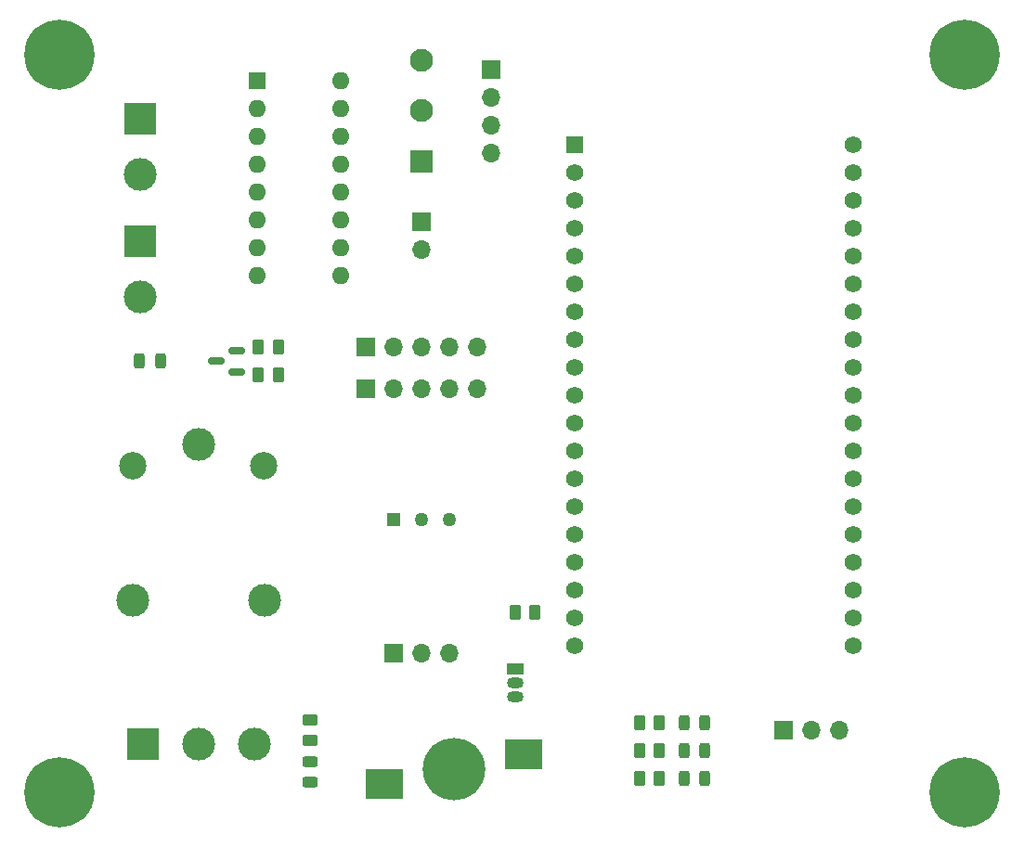
<source format=gbr>
%TF.GenerationSoftware,KiCad,Pcbnew,(6.0.4)*%
%TF.CreationDate,2023-04-26T13:38:40-05:00*%
%TF.ProjectId,Modulo de Practicas uPy,4d6f6475-6c6f-4206-9465-205072616374,rev?*%
%TF.SameCoordinates,Original*%
%TF.FileFunction,Soldermask,Top*%
%TF.FilePolarity,Negative*%
%FSLAX46Y46*%
G04 Gerber Fmt 4.6, Leading zero omitted, Abs format (unit mm)*
G04 Created by KiCad (PCBNEW (6.0.4)) date 2023-04-26 13:38:40*
%MOMM*%
%LPD*%
G01*
G04 APERTURE LIST*
G04 Aperture macros list*
%AMRoundRect*
0 Rectangle with rounded corners*
0 $1 Rounding radius*
0 $2 $3 $4 $5 $6 $7 $8 $9 X,Y pos of 4 corners*
0 Add a 4 corners polygon primitive as box body*
4,1,4,$2,$3,$4,$5,$6,$7,$8,$9,$2,$3,0*
0 Add four circle primitives for the rounded corners*
1,1,$1+$1,$2,$3*
1,1,$1+$1,$4,$5*
1,1,$1+$1,$6,$7*
1,1,$1+$1,$8,$9*
0 Add four rect primitives between the rounded corners*
20,1,$1+$1,$2,$3,$4,$5,0*
20,1,$1+$1,$4,$5,$6,$7,0*
20,1,$1+$1,$6,$7,$8,$9,0*
20,1,$1+$1,$8,$9,$2,$3,0*%
G04 Aperture macros list end*
%ADD10R,1.700000X1.700000*%
%ADD11O,1.700000X1.700000*%
%ADD12C,6.400000*%
%ADD13R,3.000000X3.000000*%
%ADD14C,3.000000*%
%ADD15R,1.500000X1.050000*%
%ADD16O,1.500000X1.050000*%
%ADD17RoundRect,0.250001X0.799999X-0.799999X0.799999X0.799999X-0.799999X0.799999X-0.799999X-0.799999X0*%
%ADD18C,2.100000*%
%ADD19R,1.600000X1.600000*%
%ADD20O,1.600000X1.600000*%
%ADD21RoundRect,0.250000X0.262500X0.450000X-0.262500X0.450000X-0.262500X-0.450000X0.262500X-0.450000X0*%
%ADD22RoundRect,0.243750X-0.243750X-0.456250X0.243750X-0.456250X0.243750X0.456250X-0.243750X0.456250X0*%
%ADD23RoundRect,0.150000X0.587500X0.150000X-0.587500X0.150000X-0.587500X-0.150000X0.587500X-0.150000X0*%
%ADD24C,1.560000*%
%ADD25R,1.560000X1.560000*%
%ADD26RoundRect,0.250000X-0.262500X-0.450000X0.262500X-0.450000X0.262500X0.450000X-0.262500X0.450000X0*%
%ADD27R,3.500000X2.700000*%
%ADD28C,5.700000*%
%ADD29RoundRect,0.243750X-0.456250X0.243750X-0.456250X-0.243750X0.456250X-0.243750X0.456250X0.243750X0*%
%ADD30C,2.500000*%
%ADD31R,1.268000X1.268000*%
%ADD32C,1.268000*%
%ADD33RoundRect,0.250000X0.450000X-0.262500X0.450000X0.262500X-0.450000X0.262500X-0.450000X-0.262500X0*%
G04 APERTURE END LIST*
D10*
%TO.C,J8*%
X124460000Y-58420000D03*
D11*
X124460000Y-60960000D03*
%TD*%
D12*
%TO.C,REF\u002A\u002A*%
X173983852Y-110490000D03*
X173983852Y-110490000D03*
%TD*%
D13*
%TO.C,J2*%
X98806000Y-49022000D03*
D14*
X98806000Y-54102000D03*
%TD*%
D15*
%TO.C,Q1*%
X132990000Y-99212400D03*
D16*
X132990000Y-100482400D03*
X132990000Y-101752400D03*
%TD*%
D10*
%TO.C,U2*%
X121935000Y-97790000D03*
D11*
X124475000Y-97790000D03*
X127015000Y-97790000D03*
%TD*%
D17*
%TO.C,M1*%
X124460000Y-52860000D03*
D18*
X124460000Y-48260000D03*
X124460000Y-43660000D03*
%TD*%
D19*
%TO.C,U3*%
X109484000Y-45481000D03*
D20*
X109484000Y-48021000D03*
X109484000Y-50561000D03*
X109484000Y-53101000D03*
X109484000Y-55641000D03*
X109484000Y-58181000D03*
X109484000Y-60721000D03*
X109484000Y-63261000D03*
X117104000Y-63261000D03*
X117104000Y-60721000D03*
X117104000Y-58181000D03*
X117104000Y-55641000D03*
X117104000Y-53101000D03*
X117104000Y-50561000D03*
X117104000Y-48021000D03*
X117104000Y-45481000D03*
%TD*%
D21*
%TO.C,R5*%
X146137500Y-104140000D03*
X144312500Y-104140000D03*
%TD*%
D22*
%TO.C,D6*%
X148414500Y-109220000D03*
X150289500Y-109220000D03*
%TD*%
D12*
%TO.C,REF\u002A\u002A*%
X91440000Y-110490000D03*
%TD*%
D23*
%TO.C,Q2*%
X107617500Y-72070000D03*
X107617500Y-70170000D03*
X105742500Y-71120000D03*
%TD*%
D24*
%TO.C,U1*%
X163830000Y-97080000D03*
X163830000Y-94540000D03*
X163830000Y-92000000D03*
X163830000Y-89460000D03*
X163830000Y-86920000D03*
X163830000Y-84380000D03*
X163830000Y-81840000D03*
X163830000Y-79300000D03*
X163830000Y-76760000D03*
X163830000Y-74220000D03*
X163830000Y-71680000D03*
X163830000Y-69140000D03*
X163830000Y-66600000D03*
X163830000Y-64060000D03*
X163830000Y-61520000D03*
X163830000Y-58980000D03*
X163830000Y-56440000D03*
X163830000Y-53900000D03*
X163830000Y-51360000D03*
X138430000Y-97080000D03*
X138430000Y-94540000D03*
X138430000Y-92000000D03*
X138430000Y-89460000D03*
X138430000Y-86920000D03*
X138430000Y-84380000D03*
X138430000Y-81840000D03*
X138430000Y-79300000D03*
X138430000Y-76760000D03*
X138430000Y-74220000D03*
X138430000Y-71680000D03*
X138430000Y-69140000D03*
X138430000Y-66600000D03*
X138430000Y-64060000D03*
X138430000Y-61520000D03*
X138430000Y-58980000D03*
X138430000Y-56440000D03*
X138430000Y-53900000D03*
D25*
X138430000Y-51360000D03*
%TD*%
D22*
%TO.C,D2*%
X98757500Y-71120000D03*
X100632500Y-71120000D03*
%TD*%
D26*
%TO.C,R3*%
X109577500Y-72390000D03*
X111402500Y-72390000D03*
%TD*%
D10*
%TO.C,J7*%
X130810000Y-44460000D03*
D11*
X130810000Y-47000000D03*
X130810000Y-49540000D03*
X130810000Y-52080000D03*
%TD*%
D27*
%TO.C,D1*%
X121031000Y-109655600D03*
X133731000Y-106955600D03*
D28*
X127381000Y-108305600D03*
%TD*%
D21*
%TO.C,R7*%
X146137500Y-109220000D03*
X144312500Y-109220000D03*
%TD*%
%TO.C,R6*%
X146137500Y-106680000D03*
X144312500Y-106680000D03*
%TD*%
D13*
%TO.C,J3*%
X98806000Y-60198000D03*
D14*
X98806000Y-65278000D03*
%TD*%
D22*
%TO.C,D4*%
X148414500Y-104140000D03*
X150289500Y-104140000D03*
%TD*%
D29*
%TO.C,D3*%
X114300000Y-107647500D03*
X114300000Y-109522500D03*
%TD*%
D22*
%TO.C,D5*%
X148414500Y-106680000D03*
X150289500Y-106680000D03*
%TD*%
D14*
%TO.C,K1*%
X104140000Y-78740000D03*
D30*
X98090000Y-80690000D03*
D14*
X98090000Y-92890000D03*
X110140000Y-92940000D03*
D30*
X110090000Y-80690000D03*
%TD*%
D31*
%TO.C,RV1*%
X121920000Y-85598000D03*
D32*
X124460000Y-85598000D03*
X127000000Y-85598000D03*
%TD*%
D26*
%TO.C,R4*%
X109577500Y-69850000D03*
X111402500Y-69850000D03*
%TD*%
D10*
%TO.C,J5*%
X119380000Y-69825000D03*
D11*
X121920000Y-69825000D03*
X124460000Y-69825000D03*
X127000000Y-69825000D03*
X129540000Y-69825000D03*
%TD*%
D12*
%TO.C,REF\u002A\u002A*%
X173983852Y-43180000D03*
X173983852Y-43180000D03*
%TD*%
D13*
%TO.C,J1*%
X99060000Y-106045000D03*
D14*
X104140000Y-106045000D03*
X109220000Y-106045000D03*
%TD*%
D33*
%TO.C,R2*%
X114300000Y-105687500D03*
X114300000Y-103862500D03*
%TD*%
D10*
%TO.C,J6*%
X157480000Y-104775000D03*
D11*
X160020000Y-104775000D03*
X162560000Y-104775000D03*
%TD*%
D10*
%TO.C,J4*%
X119380000Y-73660000D03*
D11*
X121920000Y-73660000D03*
X124460000Y-73660000D03*
X127000000Y-73660000D03*
X129540000Y-73660000D03*
%TD*%
D12*
%TO.C,REF\u002A\u002A*%
X91440000Y-43180000D03*
%TD*%
D26*
%TO.C,R1*%
X132970900Y-94005400D03*
X134795900Y-94005400D03*
%TD*%
M02*

</source>
